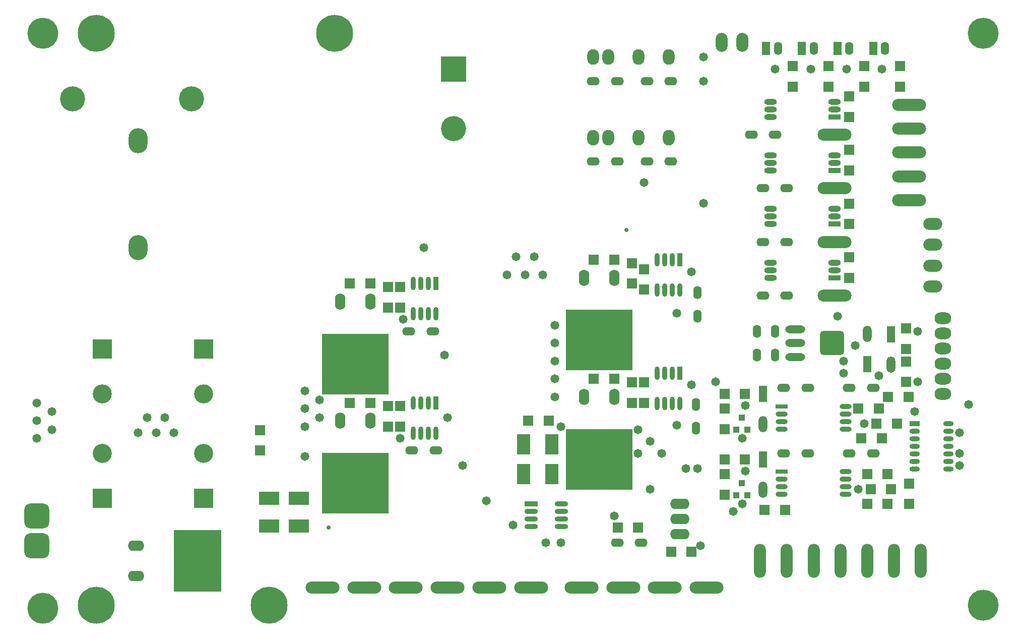
<source format=gts>
%FSTAX23Y23*%
%MOIN*%
%SFA1B1*%

%IPPOS*%
%AMD94*
4,1,8,0.078800,-0.059800,0.078800,0.059800,0.059800,0.078800,-0.059800,0.078800,-0.078800,0.059800,-0.078800,-0.059800,-0.059800,-0.078800,0.059800,-0.078800,0.078800,-0.059800,0.0*
1,1,0.037921,0.059800,-0.059800*
1,1,0.037921,0.059800,0.059800*
1,1,0.037921,-0.059800,0.059800*
1,1,0.037921,-0.059800,-0.059800*
%
%AMD105*
4,1,8,-0.082700,0.039400,-0.082700,-0.039400,-0.039400,-0.082700,0.039400,-0.082700,0.082700,-0.039400,0.082700,0.039400,0.039400,0.082700,-0.039400,0.082700,-0.082700,0.039400,0.0*
1,1,0.086740,-0.039400,0.039400*
1,1,0.086740,-0.039400,-0.039400*
1,1,0.086740,0.039400,-0.039400*
1,1,0.086740,0.039400,0.039400*
%
%ADD93R,0.039496X0.043433*%
G04~CAMADD=94~8~0.0~0.0~1576.1~1576.1~189.6~0.0~15~0.0~0.0~0.0~0.0~0~0.0~0.0~0.0~0.0~0~0.0~0.0~0.0~270.0~1576.0~1576.0*
%ADD94D94*%
%ADD95O,0.132015X0.051307*%
%ADD96O,0.132015X0.051307*%
%ADD97O,0.068000X0.108000*%
%ADD98R,0.441070X0.401700*%
%ADD99O,0.108000X0.068000*%
%ADD100R,0.317999X0.407999*%
%ADD101O,0.088000X0.033000*%
%ADD102R,0.088000X0.033000*%
%ADD103O,0.033000X0.088000*%
%ADD104R,0.033000X0.088000*%
G04~CAMADD=105~8~0.0~0.0~1654.8~1654.8~433.7~0.0~15~0.0~0.0~0.0~0.0~0~0.0~0.0~0.0~0.0~0~0.0~0.0~0.0~90.0~1654.0~1654.0*
%ADD105D105*%
%ADD106O,0.068000X0.032000*%
%ADD107R,0.068000X0.032000*%
%ADD108R,0.083197X0.038000*%
%ADD109O,0.083197X0.038000*%
%ADD110R,0.078866X0.031622*%
%ADD111O,0.078866X0.031622*%
%ADD112R,0.086740X0.133984*%
%ADD113R,0.133984X0.086740*%
%ADD114R,0.068000X0.068000*%
%ADD115R,0.068000X0.068000*%
%ADD116O,0.078866X0.102488*%
%ADD117R,0.058000X0.108000*%
%ADD118O,0.058000X0.108000*%
%ADD119O,0.126110X0.078866*%
%ADD120O,0.078866X0.126110*%
%ADD121C,0.126110*%
%ADD122R,0.126110X0.126110*%
%ADD123C,0.165480*%
%ADD124R,0.165480X0.165480*%
%ADD125O,0.126110X0.165480*%
%ADD126O,0.128000X0.068000*%
%ADD127O,0.086740X0.055244*%
%ADD128O,0.055244X0.086740*%
%ADD129O,0.110362X0.078866*%
%ADD130O,0.078866X0.224535*%
%ADD131O,0.224535X0.078866*%
%ADD132C,0.244220*%
%ADD133C,0.204850*%
%ADD134R,0.055244X0.086740*%
%ADD135C,0.028000*%
%ADD136C,0.058000*%
%LNpcb4-1*%
%LPD*%
G54D93*
X05527Y01712D03*
X05452D03*
X0549Y01791D03*
X05527Y02145D03*
X05452D03*
X0549Y02224D03*
G54D94*
X06086Y02716D03*
G54D95*
X05842Y02625D03*
Y02807D03*
G54D96*
X05842Y02716D03*
G54D97*
X02831Y02992D03*
X03031D03*
X04445Y02362D03*
X04645D03*
X04445Y03149D03*
X04645D03*
X02831Y02204D03*
X03031D03*
G54D98*
X02931Y02578D03*
X04545Y01948D03*
Y02736D03*
X02931Y01791D03*
G54D99*
X01483Y01177D03*
Y01377D03*
G54D100*
X01888Y01277D03*
G54D101*
X04294Y01503D03*
Y01553D03*
Y01603D03*
Y01653D03*
X04094Y01503D03*
Y01553D03*
Y01603D03*
G54D102*
X04094Y01653D03*
G54D103*
X04928Y03067D03*
X04978D03*
X05028D03*
X05078D03*
X04928Y03267D03*
X04978D03*
X05028D03*
X04928Y02319D03*
X04978D03*
X05028D03*
X05078D03*
X04928Y02519D03*
X04978D03*
X05028D03*
X03314Y0291D03*
X03364D03*
X03414D03*
X03464D03*
X03314Y0311D03*
X03364D03*
X03414D03*
X03314Y02122D03*
X03364D03*
X03414D03*
X03464D03*
X03314Y02322D03*
X03364D03*
X03414D03*
G54D104*
X05078Y03267D03*
Y02519D03*
X03464Y0311D03*
Y02322D03*
G54D105*
X00826Y01377D03*
Y01574D03*
G54D106*
X06854Y02035D03*
Y02135D03*
Y02185D03*
Y02085D03*
Y01985D03*
Y01935D03*
X06633Y01985D03*
Y01935D03*
Y01885D03*
X06854D03*
X06633Y02035D03*
Y02085D03*
Y02135D03*
G54D107*
X06633Y02185D03*
G54D108*
X06102Y03503D03*
Y03149D03*
Y03858D03*
Y04212D03*
G54D109*
X06102Y03553D03*
Y03603D03*
X05679Y03503D03*
Y03553D03*
Y03603D03*
X06102Y03199D03*
Y03249D03*
X05679Y03149D03*
Y03199D03*
Y03249D03*
X06102Y03908D03*
Y03958D03*
X05679Y03858D03*
Y03908D03*
Y03958D03*
X06102Y04262D03*
Y04312D03*
X05679Y04212D03*
Y04262D03*
Y04312D03*
G54D110*
X05753Y01866D03*
Y02299D03*
G54D111*
X05753Y01816D03*
Y01766D03*
Y01716D03*
X06175D03*
Y01766D03*
Y01816D03*
Y01866D03*
X05753Y02249D03*
Y02199D03*
Y02149D03*
X06175D03*
Y02199D03*
Y02249D03*
Y02299D03*
G54D112*
X04047Y0185D03*
X04232D03*
X04047Y02047D03*
X04232D03*
G54D113*
X02559Y01507D03*
Y01692D03*
X02362Y01507D03*
Y01692D03*
G54D114*
X04077Y02204D03*
X04212D03*
X05774Y01614D03*
X05639D03*
X0451Y03267D03*
X04645D03*
X02896Y0311D03*
X03031D03*
X0451Y0248D03*
X04645D03*
X02896Y02322D03*
X03031D03*
X04668Y01496D03*
X04803D03*
X05022Y01338D03*
X05157D03*
X06341Y01751D03*
X06476D03*
X06453Y01653D03*
X06318D03*
X06453Y0185D03*
X06318D03*
X05509Y01948D03*
X05374D03*
X06591Y02362D03*
X06456D03*
X0638Y02185D03*
X06515D03*
X06394Y02283D03*
X06259D03*
X06414Y02086D03*
X06279D03*
X05509Y02381D03*
X05374D03*
G54D115*
X02303Y02142D03*
Y02007D03*
X06535Y04412D03*
Y04547D03*
X06062Y04412D03*
Y04547D03*
X05826Y04412D03*
Y04547D03*
X06299Y04412D03*
Y04547D03*
X06594Y01788D03*
Y01653D03*
X05374Y01715D03*
Y0185D03*
X06574Y02595D03*
Y0246D03*
Y02679D03*
Y02814D03*
X05374Y02148D03*
Y02283D03*
X04763Y03245D03*
Y0311D03*
X04842Y03205D03*
Y0307D03*
X062Y03638D03*
Y03503D03*
X04763Y02457D03*
Y02322D03*
X04842Y02457D03*
Y02322D03*
X062Y03284D03*
Y03149D03*
X03149Y03087D03*
Y02952D03*
X03228Y03087D03*
Y02952D03*
X062Y04347D03*
Y04212D03*
X03149Y023D03*
Y02165D03*
X03228Y023D03*
Y02165D03*
X062Y03993D03*
Y03858D03*
G54D116*
X04507Y04074D03*
X04607D03*
X04807D03*
X05007D03*
Y04606D03*
X04807D03*
X04607D03*
X04507D03*
G54D117*
X05629Y01948D03*
X06476Y02775D03*
X06318Y02578D03*
X05629Y02381D03*
G54D118*
X05629Y01748D03*
X06476Y02575D03*
X06318Y02778D03*
X05629Y02181D03*
G54D119*
X06751Y03503D03*
Y03366D03*
Y03228D03*
Y0309D03*
G54D120*
X05354Y04704D03*
X05492D03*
G54D121*
X01929Y01988D03*
Y02381D03*
X01259Y01988D03*
Y02381D03*
G54D122*
X01929Y01692D03*
Y02677D03*
X01259Y01692D03*
Y02677D03*
G54D123*
X03582Y04133D03*
X0185Y0433D03*
X01062D03*
G54D124*
X03582Y04527D03*
G54D125*
X01496Y04055D03*
Y03346D03*
G54D126*
X05078Y01653D03*
Y01553D03*
Y01453D03*
G54D127*
X062Y02421D03*
X06358D03*
X05787Y03385D03*
X05629D03*
X05787Y03031D03*
X05629D03*
X03287Y02795D03*
X03444D03*
X05708Y04094D03*
X05551D03*
X03307Y02007D03*
X03464D03*
X05787Y0374D03*
X05629D03*
X04507Y04448D03*
X04665D03*
X04862D03*
X05019D03*
X04507Y03917D03*
X04665D03*
X04862D03*
X05019D03*
X05767Y01988D03*
X05925D03*
X062D03*
X06358D03*
X05767Y02421D03*
X05925D03*
X04665Y01397D03*
X04822D03*
G54D128*
X05187Y02155D03*
Y02312D03*
X05196Y02893D03*
Y03051D03*
X0559Y02637D03*
Y02795D03*
X05708Y02637D03*
Y02795D03*
X06437Y04665D03*
X05964D03*
X05728D03*
X062D03*
G54D129*
X0682Y02381D03*
Y02481D03*
Y02581D03*
Y02681D03*
Y02781D03*
Y02881D03*
G54D130*
X05964Y01279D03*
X06141D03*
X06318D03*
X06496D03*
X06673D03*
X0561D03*
X05787D03*
G54D131*
X06594Y04291D03*
Y04133D03*
Y03976D03*
Y03818D03*
Y03661D03*
X05255Y01102D03*
X0498D03*
X04704D03*
X04429D03*
X06102Y03031D03*
Y03385D03*
Y0374D03*
Y04094D03*
X04094Y01102D03*
X03267D03*
X03818D03*
X02992D03*
X03543D03*
X02716D03*
G54D132*
X0122Y04763D03*
X02795D03*
X02362Y00984D03*
X0122D03*
G54D133*
X07086Y00984D03*
Y04763D03*
X00866D03*
Y00964D03*
G54D134*
X06358Y04665D03*
X05885D03*
X05649D03*
X06122D03*
G54D135*
X02755Y01496D03*
X04724Y03464D03*
G54D136*
X03248Y02874D03*
X03228Y02086D03*
X06929Y02125D03*
Y01988D03*
Y01909D03*
X06988Y02312D03*
X04881Y02066D03*
X04803Y02145D03*
X0496Y01988D03*
X04803D03*
X04291Y02165D03*
X04881Y01751D03*
X04251Y02834D03*
Y02716D03*
Y02598D03*
Y0248D03*
Y02362D03*
X04114Y03287D03*
X03996D03*
X03937Y03169D03*
X04055D03*
X04173D03*
X02696Y02342D03*
X02598Y02401D03*
Y02283D03*
Y02165D03*
X02696Y02224D03*
X01673D03*
X01614Y02125D03*
X01555Y02224D03*
X01496Y02125D03*
X01732D03*
X00925Y02145D03*
Y02263D03*
X00826Y02086D03*
Y02204D03*
X03799Y01673D03*
X03976Y01515D03*
X03641Y01909D03*
X06259Y01751D03*
X05492Y02086D03*
X02598Y01968D03*
X04645Y01574D03*
X00826Y02322D03*
X03523Y02637D03*
X03543Y02224D03*
X06299Y02185D03*
X06633Y02263D03*
X05157Y03188D03*
X05059Y02175D03*
X05157Y0244D03*
X05059Y02913D03*
X05236Y04606D03*
Y04448D03*
X05118Y01889D03*
X05196D03*
X05492Y01653D03*
X06122Y02893D03*
X06161Y02598D03*
Y02519D03*
X05708Y04527D03*
X05944D03*
X06181D03*
X06417D03*
X05433Y01604D03*
X04291Y01397D03*
X04192D03*
X05216Y01377D03*
X0624Y027D03*
X06653Y02795D03*
X04842Y03779D03*
X05236Y03641D03*
X03385Y03346D03*
X05511Y02303D03*
Y0187D03*
X05314Y0246D03*
X06653D03*
X06397Y025D03*
M02*
</source>
